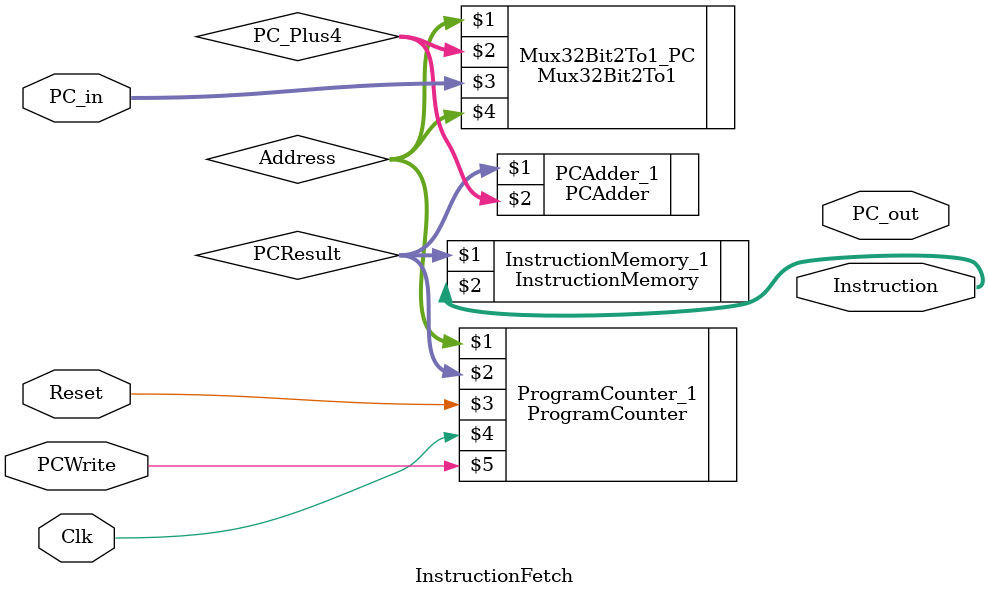
<source format=v>
`timescale 1ns / 1ps


module InstructionFetch(Clk, Reset, PC_in, Instruction, PC_out, PCWrite);
    input Clk, Reset, PCWrite;
    input [31:0] PC_in;
    output [31:0] Instruction, PC_out;
    
    wire [31:0] PC_Plus4, Address, PCResult;
    
    Mux32Bit2To1 Mux32Bit2To1_PC(Address, PC_Plus4, PC_in, Address);
    ProgramCounter ProgramCounter_1(Address, PCResult, Reset, Clk, PCWrite);
    PCAdder PCAdder_1(PCResult, PC_Plus4);
    InstructionMemory InstructionMemory_1(PCResult, Instruction);


endmodule

</source>
